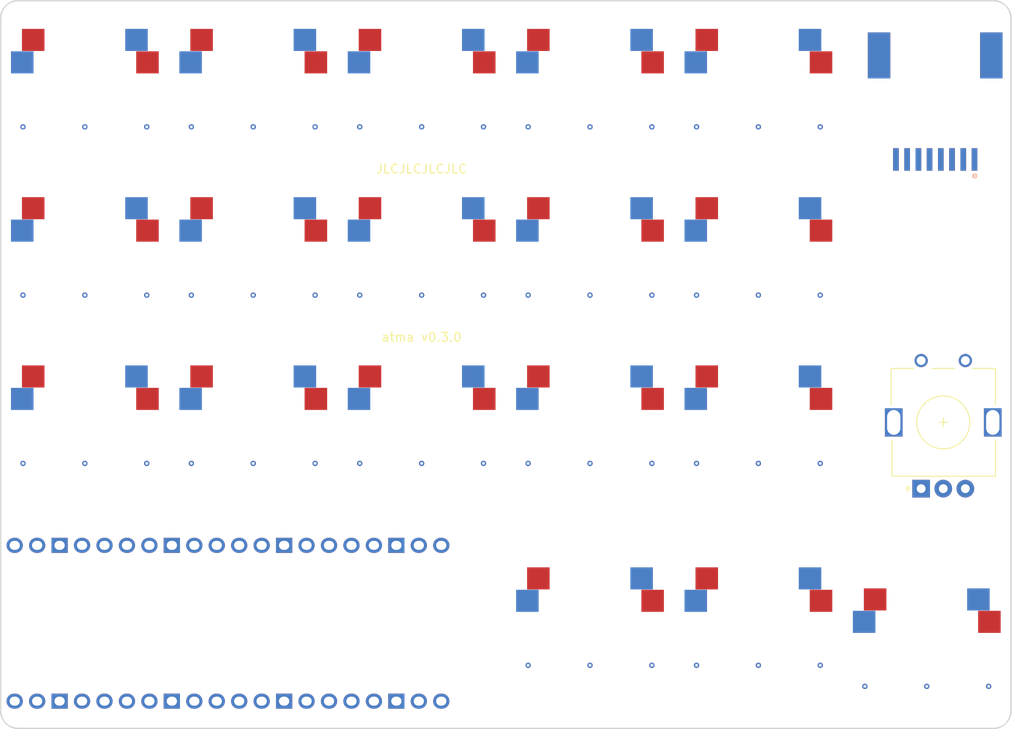
<source format=kicad_pcb>
(kicad_pcb (version 20221018) (generator pcbnew)
  (title_block (title "atma") (rev "0.0.2") (company "sboysel"))
  (layers (0 "F.Cu" signal) (31 "B.Cu" signal) (34 "B.Paste" user) (35 "F.Paste" user) (36 "B.SilkS" user "B.Silkscreen") (37 "F.SilkS" user "F.Silkscreen") (38 "B.Mask" user) (39 "F.Mask" user) (44 "Edge.Cuts" user))
  (net 0 "")
  (net 1 "matrix_pinky_top")
  (net 2 "matrix_pinky_home")
  (net 3 "GND")
  (net 4 "matrix_pinky_bottom")
  (net 5 "matrix_index_bottom")
  (net 6 "matrix_index_home")
  (net 7 "matrix_index_top")
  (net 8 "matrix_inner_top")
  (net 9 "matrix_inner_home")
  (net 10 "matrix_inner_bottom")
  (net 11 "matrix_ring_bottom")
  (net 12 "matrix_ring_home")
  (net 13 "matrix_ring_top")
  (net 14 "matrix_middle_top")
  (net 15 "matrix_middle_home")
  (net 16 "matrix_middle_bottom")
  (net 17 "GP15")
  (net 18 "GP16")
  (net 19 "GP17")
  (net 20 "thumb_far_home")
  (net 21 "thumb_middle_home")
  (net 22 "thumb_near_home")
  (net 23 "GP21")
  (net 24 "GP22")
  (net 25 "GP26")
  (net 26 "GP27")
  (net 27 "GP28")
  (net 28 "GP29")
  (net 29 "ADC_VREF")
  (net 30 "GP24")
  (net 31 "3V3")
  (net 32 "VSYS")
  (net 33 "VBUS")
  (net 34 "GP23")
  (footprint "44144-0003" (layer "F.Cu") (at 248.6025 121.92 180)
    (fp_text reference "" (at 0 0 180) (layer "F.SilkS") (effects (font (size 1.27 1.27))))
    (fp_text value "" (at 0 0 180) (layer "F.SilkS") (effects (font (size 1.27 1.27))))
    (fp_circle (center -4.48 -2.704) (end -4.48 -2.61208) (stroke (width 0.2)) (fill none) (layer "B.SilkS"))
    (fp_circle (center -4.48 -2.704) (end -4.48 -2.61208) (stroke (width 0.2)) (fill none) (layer "F.SilkS"))
    (pad "1" smd rect (at -4.445 -0.83 180) (size 0.64 2.54) (layers "F.Cu" "F.Paste" "F.Mask") (net 32 "VSYS"))
    (pad "1" smd rect (at -4.445 -0.83 180) (size 0.64 2.54) (layers "B.Cu" "B.Paste" "B.Mask") (net 32 "VSYS"))
    (pad "2" smd rect (at -3.175 -0.83 180) (size 0.64 2.54) (layers "F.Cu" "F.Paste" "F.Mask") (net 3 "GND"))
    (pad "2" smd rect (at -3.175 -0.83 180) (size 0.64 2.54) (layers "B.Cu" "B.Paste" "B.Mask") (net 3 "GND"))
    (pad "3" smd rect (at -1.905 -0.83 180) (size 0.64 2.54) (layers "F.Cu" "F.Paste" "F.Mask") (net 19 "GP17"))
    (pad "3" smd rect (at -1.905 -0.83 180) (size 0.64 2.54) (layers "B.Cu" "B.Paste" "B.Mask") (net 19 "GP17"))
    (pad "4" smd rect (at -0.635 -0.83 180) (size 0.64 2.54) (layers "F.Cu" "F.Paste" "F.Mask") (net 19 "GP17"))
    (pad "4" smd rect (at -0.635 -0.83 180) (size 0.64 2.54) (layers "B.Cu" "B.Paste" "B.Mask") (net 19 "GP17"))
    (pad "5" smd rect (at 0.635 -0.83 180) (size 0.64 2.54) (layers "F.Cu" "F.Paste" "F.Mask") (net 18 "GP16"))
    (pad "5" smd rect (at 0.635 -0.83 180) (size 0.64 2.54) (layers "B.Cu" "B.Paste" "B.Mask") (net 18 "GP16"))
    (pad "6" smd rect (at 1.905 -0.83 180) (size 0.64 2.54) (layers "F.Cu" "F.Paste" "F.Mask") (net 18 "GP16"))
    (pad "6" smd rect (at 1.905 -0.83 180) (size 0.64 2.54) (layers "B.Cu" "B.Paste" "B.Mask") (net 18 "GP16"))
    (pad "7" smd rect (at 3.175 -0.83 180) (size 0.64 2.54) (layers "F.Cu" "F.Paste" "F.Mask") (net 3 "GND"))
    (pad "7" smd rect (at 3.175 -0.83 180) (size 0.64 2.54) (layers "B.Cu" "B.Paste" "B.Mask") (net 3 "GND"))
    (pad "8" smd rect (at 4.445 -0.83 180) (size 0.64 2.54) (layers "F.Cu" "F.Paste" "F.Mask") (net 32 "VSYS"))
    (pad "8" smd rect (at 4.445 -0.83 180) (size 0.64 2.54) (layers "B.Cu" "B.Paste" "B.Mask") (net 32 "VSYS"))
    (pad "9" smd rect (at -6.35 10.945 180) (size 2.54 5.21) (layers "F.Cu" "F.Paste" "F.Mask"))
    (pad "9" smd rect (at -6.35 10.945 180) (size 2.54 5.21) (layers "B.Cu" "B.Paste" "B.Mask"))
    (pad "10" smd rect (at 6.35 10.945 180) (size 2.54 5.21) (layers "F.Cu" "F.Paste" "F.Mask"))
    (pad "10" smd rect (at 6.35 10.945 180) (size 2.54 5.21) (layers "B.Cu" "B.Paste" "B.Mask"))
  )
  (footprint "VIA-0.6mm" (layer "F.Cu") (at 197.5 157.1625)
    (fp_text reference "REF**" hide)
    (fp_text value "VIA-0.6mm" hide)
    (pad "1" thru_hole circle (at 0 0) (size 0.6 0.6) (drill 0.3) (layers "*.Cu") (net 16 "matrix_middle_bottom"))
  )
  (footprint "VIA-0.6mm" (layer "F.Cu") (at 190.5 119.0625)
    (fp_text reference "REF**" hide)
    (fp_text value "VIA-0.6mm" hide)
    (pad "1" thru_hole circle (at 0 0) (size 0.6 0.6) (drill 0.3) (layers "*.Cu") (net 14 "matrix_middle_top"))
  )
  (footprint "MX" (layer "F.Cu") (at 209.55 175.26)
    (fp_text reference "S16" hide)
    (fp_text value "" hide)
    (pad "" np_thru_hole circle (at -5.08 0) (size 1.7018 1.7018) (drill 1.7018) (layers "*.Cu" "*.Mask"))
    (pad "" np_thru_hole circle (at -3.81 -2.54) (size 3 3) (drill 3) (layers "*.Cu" "*.Mask"))
    (pad "" np_thru_hole circle (at -2.54 -5.08) (size 3 3) (drill 3) (layers "*.Cu" "*.Mask"))
    (pad "" np_thru_hole circle (at 0 0) (size 3.9878 3.9878) (drill 3.9878) (layers "*.Cu" "*.Mask"))
    (pad "" np_thru_hole circle (at 2.54 -5.08) (size 3 3) (drill 3) (layers "*.Cu" "*.Mask"))
    (pad "" np_thru_hole circle (at 3.81 -2.54) (size 3 3) (drill 3) (layers "*.Cu" "*.Mask"))
    (pad "" np_thru_hole circle (at 5.08 0) (size 1.7018 1.7018) (drill 1.7018) (layers "*.Cu" "*.Mask"))
    (pad "1" smd rect (at -7.085 -2.54) (size 2.55 2.5) (layers "B.Cu" "B.Paste" "B.Mask") (net 22 "thumb_near_home"))
    (pad "1" smd rect (at 7.085 -2.54) (size 2.55 2.5) (layers "F.Cu" "F.Paste" "F.Mask") (net 22 "thumb_near_home"))
    (pad "2" smd rect (at -5.842 -5.08) (size 2.55 2.5) (layers "F.Cu" "F.Paste" "F.Mask") (net 3 "GND"))
    (pad "2" smd rect (at 5.842 -5.08) (size 2.55 2.5) (layers "B.Cu" "B.Paste" "B.Mask") (net 3 "GND"))
  )
  (footprint "MX" (layer "F.Cu") (at 209.55 133.35)
    (fp_text reference "S11" hide)
    (fp_text value "" hide)
    (pad "" np_thru_hole circle (at -5.08 0) (size 1.7018 1.7018) (drill 1.7018) (layers "*.Cu" "*.Mask"))
    (pad "" np_thru_hole circle (at -3.81 -2.54) (size 3 3) (drill 3) (layers "*.Cu" "*.Mask"))
    (pad "" np_thru_hole circle (at -2.54 -5.08) (size 3 3) (drill 3) (layers "*.Cu" "*.Mask"))
    (pad "" np_thru_hole circle (at 0 0) (size 3.9878 3.9878) (drill 3.9878) (layers "*.Cu" "*.Mask"))
    (pad "" np_thru_hole circle (at 2.54 -5.08) (size 3 3) (drill 3) (layers "*.Cu" "*.Mask"))
    (pad "" np_thru_hole circle (at 3.81 -2.54) (size 3 3) (drill 3) (layers "*.Cu" "*.Mask"))
    (pad "" np_thru_hole circle (at 5.08 0) (size 1.7018 1.7018) (drill 1.7018) (layers "*.Cu" "*.Mask"))
    (pad "1" smd rect (at -7.085 -2.54) (size 2.55 2.5) (layers "B.Cu" "B.Paste" "B.Mask") (net 6 "matrix_index_home"))
    (pad "1" smd rect (at 7.085 -2.54) (size 2.55 2.5) (layers "F.Cu" "F.Paste" "F.Mask") (net 6 "matrix_index_home"))
    (pad "2" smd rect (at -5.842 -5.08) (size 2.55 2.5) (layers "F.Cu" "F.Paste" "F.Mask") (net 3 "GND"))
    (pad "2" smd rect (at 5.842 -5.08) (size 2.55 2.5) (layers "B.Cu" "B.Paste" "B.Mask") (net 3 "GND"))
  )
  (footprint "VIA-0.6mm" (layer "F.Cu") (at 183.5 119.0625)
    (fp_text reference "REF**" hide)
    (fp_text value "VIA-0.6mm" hide)
    (pad "1" thru_hole circle (at 0 0) (size 0.6 0.6) (drill 0.3) (layers "*.Cu") (net 14 "matrix_middle_top"))
  )
  (footprint "VIA-0.6mm" (layer "F.Cu") (at 221.6 119.0625)
    (fp_text reference "REF**" hide)
    (fp_text value "VIA-0.6mm" hide)
    (pad "1" thru_hole circle (at 0 0) (size 0.6 0.6) (drill 0.3) (layers "*.Cu") (net 8 "matrix_inner_top"))
  )
  (footprint "VIA-0.6mm" (layer "F.Cu") (at 183.5 157.1625)
    (fp_text reference "REF**" hide)
    (fp_text value "VIA-0.6mm" hide)
    (pad "1" thru_hole circle (at 0 0) (size 0.6 0.6) (drill 0.3) (layers "*.Cu") (net 16 "matrix_middle_bottom"))
  )
  (footprint "VIA-0.6mm" (layer "F.Cu") (at 178.45 157.1625)
    (fp_text reference "REF**" hide)
    (fp_text value "VIA-0.6mm" hide)
    (pad "1" thru_hole circle (at 0 0) (size 0.6 0.6) (drill 0.3) (layers "*.Cu") (net 11 "matrix_ring_bottom"))
  )
  (footprint "VIA-0.6mm" (layer "F.Cu") (at 152.4 138.1125)
    (fp_text reference "REF**" hide)
    (fp_text value "VIA-0.6mm" hide)
    (pad "1" thru_hole circle (at 0 0) (size 0.6 0.6) (drill 0.3) (layers "*.Cu") (net 2 "matrix_pinky_home"))
  )
  (footprint "MX" (layer "F.Cu") (at 209.55 152.4)
    (fp_text reference "S10" hide)
    (fp_text value "" hide)
    (pad "" np_thru_hole circle (at -5.08 0) (size 1.7018 1.7018) (drill 1.7018) (layers "*.Cu" "*.Mask"))
    (pad "" np_thru_hole circle (at -3.81 -2.54) (size 3 3) (drill 3) (layers "*.Cu" "*.Mask"))
    (pad "" np_thru_hole circle (at -2.54 -5.08) (size 3 3) (drill 3) (layers "*.Cu" "*.Mask"))
    (pad "" np_thru_hole circle (at 0 0) (size 3.9878 3.9878) (drill 3.9878) (layers "*.Cu" "*.Mask"))
    (pad "" np_thru_hole circle (at 2.54 -5.08) (size 3 3) (drill 3) (layers "*.Cu" "*.Mask"))
    (pad "" np_thru_hole circle (at 3.81 -2.54) (size 3 3) (drill 3) (layers "*.Cu" "*.Mask"))
    (pad "" np_thru_hole circle (at 5.08 0) (size 1.7018 1.7018) (drill 1.7018) (layers "*.Cu" "*.Mask"))
    (pad "1" smd rect (at -7.085 -2.54) (size 2.55 2.5) (layers "B.Cu" "B.Paste" "B.Mask") (net 5 "matrix_index_bottom"))
    (pad "1" smd rect (at 7.085 -2.54) (size 2.55 2.5) (layers "F.Cu" "F.Paste" "F.Mask") (net 5 "matrix_index_bottom"))
    (pad "2" smd rect (at -5.842 -5.08) (size 2.55 2.5) (layers "F.Cu" "F.Paste" "F.Mask") (net 3 "GND"))
    (pad "2" smd rect (at 5.842 -5.08) (size 2.55 2.5) (layers "B.Cu" "B.Paste" "B.Mask") (net 3 "GND"))
  )
  (footprint "MX" (layer "F.Cu") (at 152.4 133.35)
    (fp_text reference "S2" hide)
    (fp_text value "" hide)
    (pad "" np_thru_hole circle (at -5.08 0) (size 1.7018 1.7018) (drill 1.7018) (layers "*.Cu" "*.Mask"))
    (pad "" np_thru_hole circle (at -3.81 -2.54) (size 3 3) (drill 3) (layers "*.Cu" "*.Mask"))
    (pad "" np_thru_hole circle (at -2.54 -5.08) (size 3 3) (drill 3) (layers "*.Cu" "*.Mask"))
    (pad "" np_thru_hole circle (at 0 0) (size 3.9878 3.9878) (drill 3.9878) (layers "*.Cu" "*.Mask"))
    (pad "" np_thru_hole circle (at 2.54 -5.08) (size 3 3) (drill 3) (layers "*.Cu" "*.Mask"))
    (pad "" np_thru_hole circle (at 3.81 -2.54) (size 3 3) (drill 3) (layers "*.Cu" "*.Mask"))
    (pad "" np_thru_hole circle (at 5.08 0) (size 1.7018 1.7018) (drill 1.7018) (layers "*.Cu" "*.Mask"))
    (pad "1" smd rect (at -7.085 -2.54) (size 2.55 2.5) (layers "B.Cu" "B.Paste" "B.Mask") (net 2 "matrix_pinky_home"))
    (pad "1" smd rect (at 7.085 -2.54) (size 2.55 2.5) (layers "F.Cu" "F.Paste" "F.Mask") (net 2 "matrix_pinky_home"))
    (pad "2" smd rect (at -5.842 -5.08) (size 2.55 2.5) (layers "F.Cu" "F.Paste" "F.Mask") (net 3 "GND"))
    (pad "2" smd rect (at 5.842 -5.08) (size 2.55 2.5) (layers "B.Cu" "B.Paste" "B.Mask") (net 3 "GND"))
  )
  (footprint "VIA-0.6mm" (layer "F.Cu") (at 216.55 138.1125)
    (fp_text reference "REF**" hide)
    (fp_text value "VIA-0.6mm" hide)
    (pad "1" thru_hole circle (at 0 0) (size 0.6 0.6) (drill 0.3) (layers "*.Cu") (net 6 "matrix_index_home"))
  )
  (footprint "MX" (layer "F.Cu") (at 190.5 114.3)
    (fp_text reference "S9" hide)
    (fp_text value "" hide)
    (pad "" np_thru_hole circle (at -5.08 0) (size 1.7018 1.7018) (drill 1.7018) (layers "*.Cu" "*.Mask"))
    (pad "" np_thru_hole circle (at -3.81 -2.54) (size 3 3) (drill 3) (layers "*.Cu" "*.Mask"))
    (pad "" np_thru_hole circle (at -2.54 -5.08) (size 3 3) (drill 3) (layers "*.Cu" "*.Mask"))
    (pad "" np_thru_hole circle (at 0 0) (size 3.9878 3.9878) (drill 3.9878) (layers "*.Cu" "*.Mask"))
    (pad "" np_thru_hole circle (at 2.54 -5.08) (size 3 3) (drill 3) (layers "*.Cu" "*.Mask"))
    (pad "" np_thru_hole circle (at 3.81 -2.54) (size 3 3) (drill 3) (layers "*.Cu" "*.Mask"))
    (pad "" np_thru_hole circle (at 5.08 0) (size 1.7018 1.7018) (drill 1.7018) (layers "*.Cu" "*.Mask"))
    (pad "1" smd rect (at -7.085 -2.54) (size 2.55 2.5) (layers "B.Cu" "B.Paste" "B.Mask") (net 14 "matrix_middle_top"))
    (pad "1" smd rect (at 7.085 -2.54) (size 2.55 2.5) (layers "F.Cu" "F.Paste" "F.Mask") (net 14 "matrix_middle_top"))
    (pad "2" smd rect (at -5.842 -5.08) (size 2.55 2.5) (layers "F.Cu" "F.Paste" "F.Mask") (net 3 "GND"))
    (pad "2" smd rect (at 5.842 -5.08) (size 2.55 2.5) (layers "B.Cu" "B.Paste" "B.Mask") (net 3 "GND"))
  )
  (footprint "MX" (layer "F.Cu") (at 171.45 133.35)
    (fp_text reference "S5" hide)
    (fp_text value "" hide)
    (pad "" np_thru_hole circle (at -5.08 0) (size 1.7018 1.7018) (drill 1.7018) (layers "*.Cu" "*.Mask"))
    (pad "" np_thru_hole circle (at -3.81 -2.54) (size 3 3) (drill 3) (layers "*.Cu" "*.Mask"))
    (pad "" np_thru_hole circle (at -2.54 -5.08) (size 3 3) (drill 3) (layers "*.Cu" "*.Mask"))
    (pad "" np_thru_hole circle (at 0 0) (size 3.9878 3.9878) (drill 3.9878) (layers "*.Cu" "*.Mask"))
    (pad "" np_thru_hole circle (at 2.54 -5.08) (size 3 3) (drill 3) (layers "*.Cu" "*.Mask"))
    (pad "" np_thru_hole circle (at 3.81 -2.54) (size 3 3) (drill 3) (layers "*.Cu" "*.Mask"))
    (pad "" np_thru_hole circle (at 5.08 0) (size 1.7018 1.7018) (drill 1.7018) (layers "*.Cu" "*.Mask"))
    (pad "1" smd rect (at -7.085 -2.54) (size 2.55 2.5) (layers "B.Cu" "B.Paste" "B.Mask") (net 12 "matrix_ring_home"))
    (pad "1" smd rect (at 7.085 -2.54) (size 2.55 2.5) (layers "F.Cu" "F.Paste" "F.Mask") (net 12 "matrix_ring_home"))
    (pad "2" smd rect (at -5.842 -5.08) (size 2.55 2.5) (layers "F.Cu" "F.Paste" "F.Mask") (net 3 "GND"))
    (pad "2" smd rect (at 5.842 -5.08) (size 2.55 2.5) (layers "B.Cu" "B.Paste" "B.Mask") (net 3 "GND"))
  )
  (footprint "VIA-0.6mm" (layer "F.Cu") (at 171.45 157.1625)
    (fp_text reference "REF**" hide)
    (fp_text value "VIA-0.6mm" hide)
    (pad "1" thru_hole circle (at 0 0) (size 0.6 0.6) (drill 0.3) (layers "*.Cu") (net 11 "matrix_ring_bottom"))
  )
  (footprint "VIA-0.6mm" (layer "F.Cu") (at 159.4 138.1125)
    (fp_text reference "REF**" hide)
    (fp_text value "VIA-0.6mm" hide)
    (pad "1" thru_hole circle (at 0 0) (size 0.6 0.6) (drill 0.3) (layers "*.Cu") (net 2 "matrix_pinky_home"))
  )
  (footprint "VIA-0.6mm" (layer "F.Cu") (at 209.55 138.1125)
    (fp_text reference "REF**" hide)
    (fp_text value "VIA-0.6mm" hide)
    (pad "1" thru_hole circle (at 0 0) (size 0.6 0.6) (drill 0.3) (layers "*.Cu") (net 6 "matrix_index_home"))
  )
  (footprint "MX" (layer "F.Cu") (at 190.5 152.4)
    (fp_text reference "S7" hide)
    (fp_text value "" hide)
    (pad "" np_thru_hole circle (at -5.08 0) (size 1.7018 1.7018) (drill 1.7018) (layers "*.Cu" "*.Mask"))
    (pad "" np_thru_hole circle (at -3.81 -2.54) (size 3 3) (drill 3) (layers "*.Cu" "*.Mask"))
    (pad "" np_thru_hole circle (at -2.54 -5.08) (size 3 3) (drill 3) (layers "*.Cu" "*.Mask"))
    (pad "" np_thru_hole circle (at 0 0) (size 3.9878 3.9878) (drill 3.9878) (layers "*.Cu" "*.Mask"))
    (pad "" np_thru_hole circle (at 2.54 -5.08) (size 3 3) (drill 3) (layers "*.Cu" "*.Mask"))
    (pad "" np_thru_hole circle (at 3.81 -2.54) (size 3 3) (drill 3) (layers "*.Cu" "*.Mask"))
    (pad "" np_thru_hole circle (at 5.08 0) (size 1.7018 1.7018) (drill 1.7018) (layers "*.Cu" "*.Mask"))
    (pad "1" smd rect (at -7.085 -2.54) (size 2.55 2.5) (layers "B.Cu" "B.Paste" "B.Mask") (net 16 "matrix_middle_bottom"))
    (pad "1" smd rect (at 7.085 -2.54) (size 2.55 2.5) (layers "F.Cu" "F.Paste" "F.Mask") (net 16 "matrix_middle_bottom"))
    (pad "2" smd rect (at -5.842 -5.08) (size 2.55 2.5) (layers "F.Cu" "F.Paste" "F.Mask") (net 3 "GND"))
    (pad "2" smd rect (at 5.842 -5.08) (size 2.55 2.5) (layers "B.Cu" "B.Paste" "B.Mask") (net 3 "GND"))
  )
  (footprint "VIA-0.6mm" (layer "F.Cu") (at 159.4 119.0625)
    (fp_text reference "REF**" hide)
    (fp_text value "VIA-0.6mm" hide)
    (pad "1" thru_hole circle (at 0 0) (size 0.6 0.6) (drill 0.3) (layers "*.Cu") (net 1 "matrix_pinky_top"))
  )
  (footprint "VIA-0.6mm" (layer "F.Cu") (at 197.5 119.0625)
    (fp_text reference "REF**" hide)
    (fp_text value "VIA-0.6mm" hide)
    (pad "1" thru_hole circle (at 0 0) (size 0.6 0.6) (drill 0.3) (layers "*.Cu") (net 14 "matrix_middle_top"))
  )
  (footprint "VIA-0.6mm" (layer "F.Cu") (at 228.6 138.1125)
    (fp_text reference "REF**" hide)
    (fp_text value "VIA-0.6mm" hide)
    (pad "1" thru_hole circle (at 0 0) (size 0.6 0.6) (drill 0.3) (layers "*.Cu") (net 9 "matrix_inner_home"))
  )
  (footprint "VIA-0.6mm" (layer "F.Cu") (at 145.4 138.1125)
    (fp_text reference "REF**" hide)
    (fp_text value "VIA-0.6mm" hide)
    (pad "1" thru_hole circle (at 0 0) (size 0.6 0.6) (drill 0.3) (layers "*.Cu") (net 2 "matrix_pinky_home"))
  )
  (footprint "MX" (layer "F.Cu") (at 190.5 133.35)
    (fp_text reference "S8" hide)
    (fp_text value "" hide)
    (pad "" np_thru_hole circle (at -5.08 0) (size 1.7018 1.7018) (drill 1.7018) (layers "*.Cu" "*.Mask"))
    (pad "" np_thru_hole circle (at -3.81 -2.54) (size 3 3) (drill 3) (layers "*.Cu" "*.Mask"))
    (pad "" np_thru_hole circle (at -2.54 -5.08) (size 3 3) (drill 3) (layers "*.Cu" "*.Mask"))
    (pad "" np_thru_hole circle (at 0 0) (size 3.9878 3.9878) (drill 3.9878) (layers "*.Cu" "*.Mask"))
    (pad "" np_thru_hole circle (at 2.54 -5.08) (size 3 3) (drill 3) (layers "*.Cu" "*.Mask"))
    (pad "" np_thru_hole circle (at 3.81 -2.54) (size 3 3) (drill 3) (layers "*.Cu" "*.Mask"))
    (pad "" np_thru_hole circle (at 5.08 0) (size 1.7018 1.7018) (drill 1.7018) (layers "*.Cu" "*.Mask"))
    (pad "1" smd rect (at -7.085 -2.54) (size 2.55 2.5) (layers "B.Cu" "B.Paste" "B.Mask") (net 15 "matrix_middle_home"))
    (pad "1" smd rect (at 7.085 -2.54) (size 2.55 2.5) (layers "F.Cu" "F.Paste" "F.Mask") (net 15 "matrix_middle_home"))
    (pad "2" smd rect (at -5.842 -5.08) (size 2.55 2.5) (layers "F.Cu" "F.Paste" "F.Mask") (net 3 "GND"))
    (pad "2" smd rect (at 5.842 -5.08) (size 2.55 2.5) (layers "B.Cu" "B.Paste" "B.Mask") (net 3 "GND"))
  )
  (footprint "VIA-0.6mm" (layer "F.Cu") (at 152.4 157.1625)
    (fp_text reference "REF**" hide)
    (fp_text value "VIA-0.6mm" hide)
    (pad "1" thru_hole circle (at 0 0) (size 0.6 0.6) (drill 0.3) (layers "*.Cu") (net 4 "matrix_pinky_bottom"))
  )
  (footprint "MX" (layer "F.Cu") (at 228.6 152.4)
    (fp_text reference "S13" hide)
    (fp_text value "" hide)
    (pad "" np_thru_hole circle (at -5.08 0) (size 1.7018 1.7018) (drill 1.7018) (layers "*.Cu" "*.Mask"))
    (pad "" np_thru_hole circle (at -3.81 -2.54) (size 3 3) (drill 3) (layers "*.Cu" "*.Mask"))
    (pad "" np_thru_hole circle (at -2.54 -5.08) (size 3 3) (drill 3) (layers "*.Cu" "*.Mask"))
    (pad "" np_thru_hole circle (at 0 0) (size 3.9878 3.9878) (drill 3.9878) (layers "*.Cu" "*.Mask"))
    (pad "" np_thru_hole circle (at 2.54 -5.08) (size 3 3) (drill 3) (layers "*.Cu" "*.Mask"))
    (pad "" np_thru_hole circle (at 3.81 -2.54) (size 3 3) (drill 3) (layers "*.Cu" "*.Mask"))
    (pad "" np_thru_hole circle (at 5.08 0) (size 1.7018 1.7018) (drill 1.7018) (layers "*.Cu" "*.Mask"))
    (pad "1" smd rect (at -7.085 -2.54) (size 2.55 2.5) (layers "B.Cu" "B.Paste" "B.Mask") (net 10 "matrix_inner_bottom"))
    (pad "1" smd rect (at 7.085 -2.54) (size 2.55 2.5) (layers "F.Cu" "F.Paste" "F.Mask") (net 10 "matrix_inner_bottom"))
    (pad "2" smd rect (at -5.842 -5.08) (size 2.55 2.5) (layers "F.Cu" "F.Paste" "F.Mask") (net 3 "GND"))
    (pad "2" smd rect (at 5.842 -5.08) (size 2.55 2.5) (layers "B.Cu" "B.Paste" "B.Mask") (net 3 "GND"))
  )
  (footprint "VIA-0.6mm" (layer "F.Cu") (at 216.55 157.1625)
    (fp_text reference "REF**" hide)
    (fp_text value "VIA-0.6mm" hide)
    (pad "1" thru_hole circle (at 0 0) (size 0.6 0.6) (drill 0.3) (layers "*.Cu") (net 5 "matrix_index_bottom"))
  )
  (footprint "MX" (layer "F.Cu") (at 228.6 133.35)
    (fp_text reference "S14" hide)
    (fp_text value "" hide)
    (pad "" np_thru_hole circle (at -5.08 0) (size 1.7018 1.7018) (drill 1.7018) (layers "*.Cu" "*.Mask"))
    (pad "" np_thru_hole circle (at -3.81 -2.54) (size 3 3) (drill 3) (layers "*.Cu" "*.Mask"))
    (pad "" np_thru_hole circle (at -2.54 -5.08) (size 3 3) (drill 3) (layers "*.Cu" "*.Mask"))
    (pad "" np_thru_hole circle (at 0 0) (size 3.9878 3.9878) (drill 3.9878) (layers "*.Cu" "*.Mask"))
    (pad "" np_thru_hole circle (at 2.54 -5.08) (size 3 3) (drill 3) (layers "*.Cu" "*.Mask"))
    (pad "" np_thru_hole circle (at 3.81 -2.54) (size 3 3) (drill 3) (layers "*.Cu" "*.Mask"))
    (pad "" np_thru_hole circle (at 5.08 0) (size 1.7018 1.7018) (drill 1.7018) (layers "*.Cu" "*.Mask"))
    (pad "1" smd rect (at -7.085 -2.54) (size 2.55 2.5) (layers "B.Cu" "B.Paste" "B.Mask") (net 9 "matrix_inner_home"))
    (pad "1" smd rect (at 7.085 -2.54) (size 2.55 2.5) (layers "F.Cu" "F.Paste" "F.Mask") (net 9 "matrix_inner_home"))
    (pad "2" smd rect (at -5.842 -5.08) (size 2.55 2.5) (layers "F.Cu" "F.Paste" "F.Mask") (net 3 "GND"))
    (pad "2" smd rect (at 5.842 -5.08) (size 2.55 2.5) (layers "B.Cu" "B.Paste" "B.Mask") (net 3 "GND"))
  )
  (footprint "VIA-0.6mm" (layer "F.Cu") (at 171.45 138.1125)
    (fp_text reference "REF**" hide)
    (fp_text value "VIA-0.6mm" hide)
    (pad "1" thru_hole circle (at 0 0) (size 0.6 0.6) (drill 0.3) (layers "*.Cu") (net 12 "matrix_ring_home"))
  )
  (footprint "RPi_Pico_TH_oval_face_down" (layer "F.Cu") (at 168.5925 175.26 90)
    (fp_text reference "U0" hide)
    (fp_text value "" (at 0 0 90) (layer "F.SilkS") (effects (font (size 1.27 1.27))))
    (pad "1" thru_hole oval (at 8.82 -24.13) (size 1.84 1.7) (drill oval 1.16 1.02) (layers "*.Cu" "*.Mask") (net 1 "matrix_pinky_top"))
    (pad "2" thru_hole oval (at 8.82 -21.59) (size 1.84 1.7) (drill oval 1.16 1.02) (layers "*.Cu" "*.Mask") (net 2 "matrix_pinky_home"))
    (pad "3" thru_hole rect (at 8.82 -19.05) (size 1.84 1.7) (drill oval 1.16 1.02) (layers "*.Cu" "*.Mask") (net 3 "GND"))
    (pad "4" thru_hole oval (at 8.82 -16.51) (size 1.84 1.7) (drill oval 1.16 1.02) (layers "*.Cu" "*.Mask") (net 4 "matrix_pinky_bottom"))
    (pad "5" thru_hole oval (at 8.82 -13.97) (size 1.84 1.7) (drill oval 1.16 1.02) (layers "*.Cu" "*.Mask") (net 5 "matrix_index_bottom"))
    (pad "6" thru_hole oval (at 8.82 -11.43) (size 1.84 1.7) (drill oval 1.16 1.02) (layers "*.Cu" "*.Mask") (net 6 "matrix_index_home"))
    (pad "7" thru_hole oval (at 8.82 -8.89) (size 1.84 1.7) (drill oval 1.16 1.02) (layers "*.Cu" "*.Mask") (net 7 "matrix_index_top"))
    (pad "8" thru_hole rect (at 8.82 -6.35) (size 1.84 1.7) (drill oval 1.16 1.02) (layers "*.Cu" "*.Mask") (net 3 "GND"))
    (pad "9" thru_hole oval (at 8.82 -3.81) (size 1.84 1.7) (drill oval 1.16 1.02) (layers "*.Cu" "*.Mask") (net 8 "matrix_inner_top"))
    (pad "10" thru_hole oval (at 8.82 -1.27) (size 1.84 1.7) (drill oval 1.16 1.02) (layers "*.Cu" "*.Mask") (net 9 "matrix_inner_home"))
    (pad "11" thru_hole oval (at 8.82 1.27) (size 1.84 1.7) (drill oval 1.16 1.02) (layers "*.Cu" "*.Mask") (net 10 "matrix_inner_bottom"))
    (pad "12" thru_hole oval (at 8.82 3.81) (size 1.84 1.7) (drill oval 1.16 1.02) (layers "*.Cu" "*.Mask") (net 11 "matrix_ring_bottom"))
    (pad "13" thru_hole rect (at 8.82 6.35) (size 1.84 1.7) (drill oval 1.16 1.02) (layers "*.Cu" "*.Mask") (net 3 "GND"))
    (pad "14" thru_hole oval (at 8.82 8.89) (size 1.84 1.7) (drill oval 1.16 1.02) (layers "*.Cu" "*.Mask") (net 12 "matrix_ring_home"))
    (pad "15" thru_hole oval (at 8.82 11.43) (size 1.84 1.7) (drill oval 1.16 1.02) (layers "*.Cu" "*.Mask") (net 13 "matrix_ring_top"))
    (pad "16" thru_hole oval (at 8.82 13.97) (size 1.84 1.7) (drill oval 1.16 1.02) (layers "*.Cu" "*.Mask") (net 14 "matrix_middle_top"))
    (pad "17" thru_hole oval (at 8.82 16.51) (size 1.84 1.7) (drill oval 1.16 1.02) (layers "*.Cu" "*.Mask") (net 15 "matrix_middle_home"))
    (pad "18" thru_hole rect (at 8.82 19.05) (size 1.84 1.7) (drill oval 1.16 1.02) (layers "*.Cu" "*.Mask") (net 3 "GND"))
    (pad "19" thru_hole oval (at 8.82 21.59) (size 1.84 1.7) (drill oval 1.16 1.02) (layers "*.Cu" "*.Mask") (net 16 "matrix_middle_bottom"))
    (pad "20" thru_hole oval (at 8.82 24.13) (size 1.84 1.7) (drill oval 1.16 1.02) (layers "*.Cu" "*.Mask") (net 17 "GP15"))
    (pad "21" thru_hole oval (at -8.82 24.13) (size 1.84 1.7) (drill oval 1.16 1.02) (layers "*.Cu" "*.Mask") (net 18 "GP16"))
    (pad "22" thru_hole oval (at -8.82 21.59) (size 1.84 1.7) (drill oval 1.16 1.02) (layers "*.Cu" "*.Mask") (net 19 "GP17"))
    (pad "23" thru_hole rect (at -8.82 19.05) (size 1.84 1.7) (drill oval 1.16 1.02) (layers "*.Cu" "*.Mask") (net 3 "GND"))
    (pad "24" thru_hole oval (at -8.82 16.51) (size 1.84 1.7) (drill oval 1.16 1.02) (layers "*.Cu" "*.Mask") (net 20 "thumb_far_home"))
    (pad "25" thru_hole oval (at -8.82 13.97) (size 1.84 1.7) (drill oval 1.16 1.02) (layers "*.Cu" "*.Mask") (net 21 "thumb_middle_home"))
    (pad "26" thru_hole oval (at -8.82 11.43) (size 1.84 1.7) (drill oval 1.16 1.02) (layers "*.Cu" "*.Mask") (net 22 "thumb_near_home"))
    (pad "27" thru_hole oval (at -8.82 8.89) (size 1.84 1.7) (drill oval 1.16 1.02) (layers "*.Cu" "*.Mask") (net 23 "GP21"))
    (pad "28" thru_hole rect (at -8.82 6.35) (size 1.84 1.7) (drill oval 1.16 1.02) (layers "*.Cu" "*.Mask") (net 3 "GND"))
    (pad "29" thru_hole oval (at -8.82 3.81) (size 1.84 1.7) (drill oval 1.16 1.02) (layers "*.Cu" "*.Mask") (net 24 "GP22"))
    (pad "30" thru_hole oval (at -8.82 1.27) (size 1.84 1.7) (drill oval 1.16 1.02) (layers "*.Cu" "*.Mask") (net 25 "GP26"))
    (pad "31" thru_hole oval (at -8.82 -1.27) (size 1.84 1.7) (drill oval 1.16 1.02) (layers "*.Cu" "*.Mask") (net 26 "GP27"))
    (pad "32" thru_hole oval (at -8.82 -3.81) (size 1.84 1.7) (drill oval 1.16 1.02) (layers "*.Cu" "*.Mask") (net 27 "GP28"))
    (pad "33" thru_hole rect (at -8.82 -6.35) (size 1.84 1.7) (drill oval 1.16 1.02) (layers "*.Cu" "*.Mask") (net 3 "GND"))
    (pad "34" thru_hole oval (at -8.82 -8.89) (size 1.84 1.7) (drill oval 1.16 1.02) (layers "*.Cu" "*.Mask") (net 28 "GP29"))
    (pad "35" thru_hole oval (at -8.82 -11.43) (size 1.84 1.7) (drill oval 1.16 1.02) (layers "*.Cu" "*.Mask") (net 29 "ADC_VREF"))
    (pad "36" thru_hole oval (at -8.82 -13.97) (size 1.84 1.7) (drill oval 1.16 1.02) (layers "*.Cu" "*.Mask") (net 30 "GP24"))
    (pad "37" thru_hole oval (at -8.82 -16.51) (size 1.84 1.7) (drill oval 1.16 1.02) (layers "*.Cu" "*.Mask") (net 31 "3V3"))
    (pad "38" thru_hole rect (at -8.82 -19.05) (size 1.84 1.7) (drill oval 1.16 1.02) (layers "*.Cu" "*.Mask") (net 3 "GND"))
    (pad "39" thru_hole oval (at -8.82 -21.59) (size 1.84 1.7) (drill oval 1.16 1.02) (layers "*.Cu" "*.Mask") (net 32 "VSYS"))
    (pad "40" thru_hole oval (at -8.82 -24.13) (size 1.84 1.7) (drill oval 1.16 1.02) (layers "*.Cu" "*.Mask") (net 33 "VBUS"))
  )
  (footprint "VIA-0.6mm" (layer "F.Cu") (at 152.4 119.0625)
    (fp_text reference "REF**" hide)
    (fp_text value "VIA-0.6mm" hide)
    (pad "1" thru_hole circle (at 0 0) (size 0.6 0.6) (drill 0.3) (layers "*.Cu") (net 1 "matrix_pinky_top"))
  )
  (footprint "MX" (layer "F.Cu") (at 228.6 114.3)
    (fp_text reference "S15" hide)
    (fp_text value "" hide)
    (pad "" np_thru_hole circle (at -5.08 0) (size 1.7018 1.7018) (drill 1.7018) (layers "*.Cu" "*.Mask"))
    (pad "" np_thru_hole circle (at -3.81 -2.54) (size 3 3) (drill 3) (layers "*.Cu" "*.Mask"))
    (pad "" np_thru_hole circle (at -2.54 -5.08) (size 3 3) (drill 3) (layers "*.Cu" "*.Mask"))
    (pad "" np_thru_hole circle (at 0 0) (size 3.9878 3.9878) (drill 3.9878) (layers "*.Cu" "*.Mask"))
    (pad "" np_thru_hole circle (at 2.54 -5.08) (size 3 3) (drill 3) (layers "*.Cu" "*.Mask"))
    (pad "" np_thru_hole circle (at 3.81 -2.54) (size 3 3) (drill 3) (layers "*.Cu" "*.Mask"))
    (pad "" np_thru_hole circle (at 5.08 0) (size 1.7018 1.7018) (drill 1.7018) (layers "*.Cu" "*.Mask"))
    (pad "1" smd rect (at -7.085 -2.54) (size 2.55 2.5) (layers "B.Cu" "B.Paste" "B.Mask") (net 8 "matrix_inner_top"))
    (pad "1" smd rect (at 7.085 -2.54) (size 2.55 2.5) (layers "F.Cu" "F.Paste" "F.Mask") (net 8 "matrix_inner_top"))
    (pad "2" smd rect (at -5.842 -5.08) (size 2.55 2.5) (layers "F.Cu" "F.Paste" "F.Mask") (net 3 "GND"))
    (pad "2" smd rect (at 5.842 -5.08) (size 2.55 2.5) (layers "B.Cu" "B.Paste" "B.Mask") (net 3 "GND"))
  )
  (footprint "VIA-0.6mm" (layer "F.Cu") (at 228.6 180.0225)
    (fp_text reference "REF**" hide)
    (fp_text value "VIA-0.6mm" hide)
    (pad "1" thru_hole circle (at 0 0) (size 0.6 0.6) (drill 0.3) (layers "*.Cu") (net 21 "thumb_middle_home"))
  )
  (footprint "VIA-0.6mm" (layer "F.Cu") (at 240.65 182.40375)
    (fp_text reference "REF**" hide)
    (fp_text value "VIA-0.6mm" hide)
    (pad "1" thru_hole circle (at 0 0) (size 0.6 0.6) (drill 0.3) (layers "*.Cu") (net 20 "thumb_far_home"))
  )
  (footprint "VIA-0.6mm" (layer "F.Cu") (at 183.5 138.1125)
    (fp_text reference "REF**" hide)
    (fp_text value "VIA-0.6mm" hide)
    (pad "1" thru_hole circle (at 0 0) (size 0.6 0.6) (drill 0.3) (layers "*.Cu") (net 15 "matrix_middle_home"))
  )
  (footprint "VIA-0.6mm" (layer "F.Cu") (at 235.6 138.1125)
    (fp_text reference "REF**" hide)
    (fp_text value "VIA-0.6mm" hide)
    (pad "1" thru_hole circle (at 0 0) (size 0.6 0.6) (drill 0.3) (layers "*.Cu") (net 9 "matrix_inner_home"))
  )
  (footprint "VIA-0.6mm" (layer "F.Cu") (at 216.55 180.0225)
    (fp_text reference "REF**" hide)
    (fp_text value "VIA-0.6mm" hide)
    (pad "1" thru_hole circle (at 0 0) (size 0.6 0.6) (drill 0.3) (layers "*.Cu") (net 22 "thumb_near_home"))
  )
  (footprint "VIA-0.6mm" (layer "F.Cu") (at 145.4 157.1625)
    (fp_text reference "REF**" hide)
    (fp_text value "VIA-0.6mm" hide)
    (pad "1" thru_hole circle (at 0 0) (size 0.6 0.6) (drill 0.3) (layers "*.Cu") (net 4 "matrix_pinky_bottom"))
  )
  (footprint "MX" (layer "F.Cu") (at 152.4 152.4)
    (fp_text reference "S1" hide)
    (fp_text value "" hide)
    (pad "" np_thru_hole circle (at -5.08 0) (size 1.7018 1.7018) (drill 1.7018) (layers "*.Cu" "*.Mask"))
    (pad "" np_thru_hole circle (at -3.81 -2.54) (size 3 3) (drill 3) (layers "*.Cu" "*.Mask"))
    (pad "" np_thru_hole circle (at -2.54 -5.08) (size 3 3) (drill 3) (layers "*.Cu" "*.Mask"))
    (pad "" np_thru_hole circle (at 0 0) (size 3.9878 3.9878) (drill 3.9878) (layers "*.Cu" "*.Mask"))
    (pad "" np_thru_hole circle (at 2.54 -5.08) (size 3 3) (drill 3) (layers "*.Cu" "*.Mask"))
    (pad "" np_thru_hole circle (at 3.81 -2.54) (size 3 3) (drill 3) (layers "*.Cu" "*.Mask"))
    (pad "" np_thru_hole circle (at 5.08 0) (size 1.7018 1.7018) (drill 1.7018) (layers "*.Cu" "*.Mask"))
    (pad "1" smd rect (at -7.085 -2.54) (size 2.55 2.5) (layers "B.Cu" "B.Paste" "B.Mask") (net 4 "matrix_pinky_bottom"))
    (pad "1" smd rect (at 7.085 -2.54) (size 2.55 2.5) (layers "F.Cu" "F.Paste" "F.Mask") (net 4 "matrix_pinky_bottom"))
    (pad "2" smd rect (at -5.842 -5.08) (size 2.55 2.5) (layers "F.Cu" "F.Paste" "F.Mask") (net 3 "GND"))
    (pad "2" smd rect (at 5.842 -5.08) (size 2.55 2.5) (layers "B.Cu" "B.Paste" "B.Mask") (net 3 "GND"))
  )
  (footprint "VIA-0.6mm" (layer "F.Cu") (at 164.45 157.1625)
    (fp_text reference "REF**" hide)
    (fp_text value "VIA-0.6mm" hide)
    (pad "1" thru_hole circle (at 0 0) (size 0.6 0.6) (drill 0.3) (layers "*.Cu") (net 11 "matrix_ring_bottom"))
  )
  (footprint "VIA-0.6mm" (layer "F.Cu") (at 159.4 157.1625)
    (fp_text reference "REF**" hide)
    (fp_text value "VIA-0.6mm" hide)
    (pad "1" thru_hole circle (at 0 0) (size 0.6 0.6) (drill 0.3) (layers "*.Cu") (net 4 "matrix_pinky_bottom"))
  )
  (footprint "VIA-0.6mm" (layer "F.Cu") (at 228.6 157.1625)
    (fp_text reference "REF**" hide)
    (fp_text value "VIA-0.6mm" hide)
    (pad "1" thru_hole circle (at 0 0) (size 0.6 0.6) (drill 0.3) (layers "*.Cu") (net 10 "matrix_inner_bottom"))
  )
  (footprint "MX" (layer "F.Cu") (at 209.55 114.3)
    (fp_text reference "S12" hide)
    (fp_text value "" hide)
    (pad "" np_thru_hole circle (at -5.08 0) (size 1.7018 1.7018) (drill 1.7018) (layers "*.Cu" "*.Mask"))
    (pad "" np_thru_hole circle (at -3.81 -2.54) (size 3 3) (drill 3) (layers "*.Cu" "*.Mask"))
    (pad "" np_thru_hole circle (at -2.54 -5.08) (size 3 3) (drill 3) (layers "*.Cu" "*.Mask"))
    (pad "" np_thru_hole circle (at 0 0) (size 3.9878 3.9878) (drill 3.9878) (layers "*.Cu" "*.Mask"))
    (pad "" np_thru_hole circle (at 2.54 -5.08) (size 3 3) (drill 3) (layers "*.Cu" "*.Mask"))
    (pad "" np_thru_hole circle (at 3.81 -2.54) (size 3 3) (drill 3) (layers "*.Cu" "*.Mask"))
    (pad "" np_thru_hole circle (at 5.08 0) (size 1.7018 1.7018) (drill 1.7018) (layers "*.Cu" "*.Mask"))
    (pad "1" smd rect (at -7.085 -2.54) (size 2.55 2.5) (layers "B.Cu" "B.Paste" "B.Mask") (net 7 "matrix_index_top"))
    (pad "1" smd rect (at 7.085 -2.54) (size 2.55 2.5) (layers "F.Cu" "F.Paste" "F.Mask") (net 7 "matrix_index_top"))
    (pad "2" smd rect (at -5.842 -5.08) (size 2.55 2.5) (layers "F.Cu" "F.Paste" "F.Mask") (net 3 "GND"))
    (pad "2" smd rect (at 5.842 -5.08) (size 2.55 2.5) (layers "B.Cu" "B.Paste" "B.Mask") (net 3 "GND"))
  )
  (footprint "MX" (layer "F.Cu") (at 228.6 175.26)
    (fp_text reference "S17" hide)
    (fp_text value "" hide)
    (pad "" np_thru_hole circle (at -5.08 0) (size 1.7018 1.7018) (drill 1.7018) (layers "*.Cu" "*.Mask"))
    (pad "" np_thru_hole circle (at -3.81 -2.54) (size 3 3) (drill 3) (layers "*.Cu" "*.Mask"))
    (pad "" np_thru_hole circle (at -2.54 -5.08) (size 3 3) (drill 3) (layers "*.Cu" "*.Mask"))
    (pad "" np_thru_hole circle (at 0 0) (size 3.9878 3.9878) (drill 3.9878) (layers "*.Cu" "*.Mask"))
    (pad "" np_thru_hole circle (at 2.54 -5.08) (size 3 3) (drill 3) (layers "*.Cu" "*.Mask"))
    (pad "" np_thru_hole circle (at 3.81 -2.54) (size 3 3) (drill 3) (layers "*.Cu" "*.Mask"))
    (pad "" np_thru_hole circle (at 5.08 0) (size 1.7018 1.7018) (drill 1.7018) (layers "*.Cu" "*.Mask"))
    (pad "1" smd rect (at -7.085 -2.54) (size 2.55 2.5) (layers "B.Cu" "B.Paste" "B.Mask") (net 21 "thumb_middle_home"))
    (pad "1" smd rect (at 7.085 -2.54) (size 2.55 2.5) (layers "F.Cu" "F.Paste" "F.Mask") (net 21 "thumb_middle_home"))
    (pad "2" smd rect (at -5.842 -5.08) (size 2.55 2.5) (layers "F.Cu" "F.Paste" "F.Mask") (net 3 "GND"))
    (pad "2" smd rect (at 5.842 -5.08) (size 2.55 2.5) (layers "B.Cu" "B.Paste" "B.Mask") (net 3 "GND"))
  )
  (footprint "VIA-0.6mm" (layer "F.Cu") (at 178.45 119.0625)
    (fp_text reference "REF**" hide)
    (fp_text value "VIA-0.6mm" hide)
    (pad "1" thru_hole circle (at 0 0) (size 0.6 0.6) (drill 0.3) (layers "*.Cu") (net 13 "matrix_ring_top"))
  )
  (footprint "VIA-0.6mm" (layer "F.Cu") (at 202.55 180.0225)
    (fp_text reference "REF**" hide)
    (fp_text value "VIA-0.6mm" hide)
    (pad "1" thru_hole circle (at 0 0) (size 0.6 0.6) (drill 0.3) (layers "*.Cu") (net 22 "thumb_near_home"))
  )
  (footprint "VIA-0.6mm" (layer "F.Cu") (at 235.6 157.1625)
    (fp_text reference "REF**" hide)
    (fp_text value "VIA-0.6mm" hide)
    (pad "1" thru_hole circle (at 0 0) (size 0.6 0.6) (drill 0.3) (layers "*.Cu") (net 10 "matrix_inner_bottom"))
  )
  (footprint "MX" (layer "F.Cu") (at 171.45 152.4)
    (fp_text reference "S4" hide)
    (fp_text value "" hide)
    (pad "" np_thru_hole circle (at -5.08 0) (size 1.7018 1.7018) (drill 1.7018) (layers "*.Cu" "*.Mask"))
    (pad "" np_thru_hole circle (at -3.81 -2.54) (size 3 3) (drill 3) (layers "*.Cu" "*.Mask"))
    (pad "" np_thru_hole circle (at -2.54 -5.08) (size 3 3) (drill 3) (layers "*.Cu" "*.Mask"))
    (pad "" np_thru_hole circle (at 0 0) (size 3.9878 3.9878) (drill 3.9878) (layers "*.Cu" "*.Mask"))
    (pad "" np_thru_hole circle (at 2.54 -5.08) (size 3 3) (drill 3) (layers "*.Cu" "*.Mask"))
    (pad "" np_thru_hole circle (at 3.81 -2.54) (size 3 3) (drill 3) (layers "*.Cu" "*.Mask"))
    (pad "" np_thru_hole circle (at 5.08 0) (size 1.7018 1.7018) (drill 1.7018) (layers "*.Cu" "*.Mask"))
    (pad "1" smd rect (at -7.085 -2.54) (size 2.55 2.5) (layers "B.Cu" "B.Paste" "B.Mask") (net 11 "matrix_ring_bottom"))
    (pad "1" smd rect (at 7.085 -2.54) (size 2.55 2.5) (layers "F.Cu" "F.Paste" "F.Mask") (net 11 "matrix_ring_bottom"))
    (pad "2" smd rect (at -5.842 -5.08) (size 2.55 2.5) (layers "F.Cu" "F.Paste" "F.Mask") (net 3 "GND"))
    (pad "2" smd rect (at 5.842 -5.08) (size 2.55 2.5) (layers "B.Cu" "B.Paste" "B.Mask") (net 3 "GND"))
  )
  (footprint "VIA-0.6mm" (layer "F.Cu") (at 164.45 119.0625)
    (fp_text reference "REF**" hide)
    (fp_text value "VIA-0.6mm" hide)
    (pad "1" thru_hole circle (at 0 0) (size 0.6 0.6) (drill 0.3) (layers "*.Cu") (net 13 "matrix_ring_top"))
  )
  (footprint "rotary_encoder" (layer "F.Cu") (at 249.555 152.4 90)
    (fp_text reference "_2" hide)
    (fp_text value "")
    (fp_line (start -7.92 -4.14) (end -7.32 -4.14) (stroke (width 0.12)) (layer "F.SilkS"))
    (fp_line (start -7.62 -3.84) (end -7.92 -4.14) (stroke (width 0.12)) (layer "F.SilkS"))
    (fp_line (start -7.32 -4.14) (end -7.62 -3.84) (stroke (width 0.12)) (layer "F.SilkS"))
    (fp_line (start -6.22 -5.84) (end -6.22 5.86) (stroke (width 0.12)) (layer "F.SilkS"))
    (fp_line (start -2.12 -5.84) (end -6.22 -5.84) (stroke (width 0.12)) (layer "F.SilkS"))
    (fp_line (start -2.12 5.86) (end -6.22 5.86) (stroke (width 0.12)) (layer "F.SilkS"))
    (fp_line (start -0.62 -0.04) (end 0.38 -0.04) (stroke (width 0.12)) (layer "F.SilkS"))
    (fp_line (start -0.12 -0.54) (end -0.12 0.46) (stroke (width 0.12)) (layer "F.SilkS"))
    (fp_line (start 1.88 -5.94) (end 5.98 -5.94) (stroke (width 0.12)) (layer "F.SilkS"))
    (fp_line (start 5.98 -5.94) (end 5.98 -3.34) (stroke (width 0.12)) (layer "F.SilkS"))
    (fp_line (start 5.98 -1.34) (end 5.98 1.26) (stroke (width 0.12)) (layer "F.SilkS"))
    (fp_line (start 5.98 3.26) (end 5.98 5.86) (stroke (width 0.12)) (layer "F.SilkS"))
    (fp_line (start 5.98 5.86) (end 1.88 5.86) (stroke (width 0.12)) (layer "F.SilkS"))
    (fp_circle (center -0.12 -0.04) (end 2.88 -0.04) (stroke (width 0.12)) (fill none) (layer "F.SilkS"))
    (pad "" thru_hole rect (at -0.12 -5.64 90) (size 3.2 2) (drill oval 2.8 1.5) (layers "*.Cu" "*.Mask"))
    (pad "" thru_hole rect (at -0.12 5.56 90) (size 3.2 2) (drill oval 2.8 1.5) (layers "*.Cu" "*.Mask"))
    (pad "1" thru_hole circle (at 6.88 -2.54) (size 1.5 1.5) (drill 1) (layers "*.Cu" "*.Mask") (net 23 "GP21"))
    (pad "2" thru_hole circle (at 6.88 2.46) (size 1.5 1.5) (drill 1) (layers "*.Cu" "*.Mask") (net 24 "GP22"))
    (pad "A" thru_hole rect (at -7.62 -2.54 90) (size 2 2) (drill 1) (layers "*.Cu" "*.Mask") (net 23 "GP21"))
    (pad "B" thru_hole circle (at -7.62 2.46) (size 2 2) (drill 1) (layers "*.Cu" "*.Mask") (net 3 "GND"))
    (pad "C" thru_hole circle (at -7.62 -0.04) (size 2 2) (drill 1) (layers "*.Cu" "*.Mask") (net 34 "GP23"))
  )
  (footprint "VIA-0.6mm" (layer "F.Cu") (at 216.55 119.0625)
    (fp_text reference "REF**" hide)
    (fp_text value "VIA-0.6mm" hide)
    (pad "1" thru_hole circle (at 0 0) (size 0.6 0.6) (drill 0.3) (layers "*.Cu") (net 7 "matrix_index_top"))
  )
  (footprint "VIA-0.6mm" (layer "F.Cu") (at 209.55 157.1625)
    (fp_text reference "REF**" hide)
    (fp_text value "VIA-0.6mm" hide)
    (pad "1" thru_hole circle (at 0 0) (size 0.6 0.6) (drill 0.3) (layers "*.Cu") (net 5 "matrix_index_bottom"))
  )
  (footprint "VIA-0.6mm" (layer "F.Cu") (at 209.55 180.0225)
    (fp_text reference "REF**" hide)
    (fp_text value "VIA-0.6mm" hide)
    (pad "1" thru_hole circle (at 0 0) (size 0.6 0.6) (drill 0.3) (layers "*.Cu") (net 22 "thumb_near_home"))
  )
  (footprint "VIA-0.6mm" (layer "F.Cu") (at 202.55 119.0625)
    (fp_text reference "REF**" hide)
    (fp_text value "VIA-0.6mm" hide)
    (pad "1" thru_hole circle (at 0 0) (size 0.6 0.6) (drill 0.3) (layers "*.Cu") (net 7 "matrix_index_top"))
  )
  (footprint "VIA-0.6mm" (layer "F.Cu") (at 171.45 119.0625)
    (fp_text reference "REF**" hide)
    (fp_text value "VIA-0.6mm" hide)
    (pad "1" thru_hole circle (at 0 0) (size 0.6 0.6) (drill 0.3) (layers "*.Cu") (net 13 "matrix_ring_top"))
  )
  (footprint "MX" (layer "F.Cu") (at 247.65 177.64125)
    (fp_text reference "S18" hide)
    (fp_text value "" hide)
    (pad "" np_thru_hole circle (at -5.08 0) (size 1.7018 1.7018) (drill 1.7018) (layers "*.Cu" "*.Mask"))
    (pad "" np_thru_hole circle (at -3.81 -2.54) (size 3 3) (drill 3) (layers "*.Cu" "*.Mask"))
    (pad "" np_thru_hole circle (at -2.54 -5.08) (size 3 3) (drill 3) (layers "*.Cu" "*.Mask"))
    (pad "" np_thru_hole circle (at 0 0) (size 3.9878 3.9878) (drill 3.9878) (layers "*.Cu" "*.Mask"))
    (pad "" np_thru_hole circle (at 2.54 -5.08) (size 3 3) (drill 3) (layers "*.Cu" "*.Mask"))
    (pad "" np_thru_hole circle (at 3.81 -2.54) (size 3 3) (drill 3) (layers "*.Cu" "*.Mask"))
    (pad "" np_thru_hole circle (at 5.08 0) (size 1.7018 1.7018) (drill 1.7018) (layers "*.Cu" "*.Mask"))
    (pad "1" smd rect (at -7.085 -2.54) (size 2.55 2.5) (layers "B.Cu" "B.Paste" "B.Mask") (net 20 "thumb_far_home"))
    (pad "1" smd rect (at 7.085 -2.54) (size 2.55 2.5) (layers "F.Cu" "F.Paste" "F.Mask") (net 20 "thumb_far_home"))
    (pad "2" smd rect (at -5.842 -5.08) (size 2.55 2.5) (layers "F.Cu" "F.Paste" "F.Mask") (net 3 "GND"))
    (pad "2" smd rect (at 5.842 -5.08) (size 2.55 2.5) (layers "B.Cu" "B.Paste" "B.Mask") (net 3 "GND"))
  )
  (footprint "VIA-0.6mm" (layer "F.Cu") (at 190.5 138.1125)
    (fp_text reference "REF**" hide)
    (fp_text value "VIA-0.6mm" hide)
    (pad "1" thru_hole circle (at 0 0) (size 0.6 0.6) (drill 0.3) (layers "*.Cu") (net 15 "matrix_middle_home"))
  )
  (footprint "VIA-0.6mm" (layer "F.Cu") (at 209.55 119.0625)
    (fp_text reference "REF**" hide)
    (fp_text value "VIA-0.6mm" hide)
    (pad "1" thru_hole circle (at 0 0) (size 0.6 0.6) (drill 0.3) (layers "*.Cu") (net 7 "matrix_index_top"))
  )
  (footprint "VIA-0.6mm" (layer "F.Cu") (at 202.55 138.1125)
    (fp_text reference "REF**" hide)
    (fp_text value "VIA-0.6mm" hide)
    (pad "1" thru_hole circle (at 0 0) (size 0.6 0.6) (drill 0.3) (layers "*.Cu") (net 6 "matrix_index_home"))
  )
  (footprint "VIA-0.6mm" (layer "F.Cu") (at 164.45 138.1125)
    (fp_text reference "REF**" hide)
    (fp_text value "VIA-0.6mm" hide)
    (pad "1" thru_hole circle (at 0 0) (size 0.6 0.6) (drill 0.3) (layers "*.Cu") (net 12 "matrix_ring_home"))
  )
  (footprint "VIA-0.6mm" (layer "F.Cu") (at 190.5 157.1625)
    (fp_text reference "REF**" hide)
    (fp_text value "VIA-0.6mm" hide)
    (pad "1" thru_hole circle (at 0 0) (size 0.6 0.6) (drill 0.3) (layers "*.Cu") (net 16 "matrix_middle_bottom"))
  )
  (footprint "VIA-0.6mm" (layer "F.Cu") (at 202.55 157.1625)
    (fp_text reference "REF**" hide)
    (fp_text value "VIA-0.6mm" hide)
    (pad "1" thru_hole circle (at 0 0) (size 0.6 0.6) (drill 0.3) (layers "*.Cu") (net 5 "matrix_index_bottom"))
  )
  (footprint "VIA-0.6mm" (layer "F.Cu") (at 221.6 180.0225)
    (fp_text reference "REF**" hide)
    (fp_text value "VIA-0.6mm" hide)
    (pad "1" thru_hole circle (at 0 0) (size 0.6 0.6) (drill 0.3) (layers "*.Cu") (net 21 "thumb_middle_home"))
  )
  (footprint "VIA-0.6mm" (layer "F.Cu") (at 145.4 119.0625)
    (fp_text reference "REF**" hide)
    (fp_text value "VIA-0.6mm" hide)
    (pad "1" thru_hole circle (at 0 0) (size 0.6 0.6) (drill 0.3) (layers "*.Cu") (net 1 "matrix_pinky_top"))
  )
  (footprint "MX" (layer "F.Cu") (at 152.4 114.3)
    (fp_text reference "S3" hide)
    (fp_text value "" hide)
    (pad "" np_thru_hole circle (at -5.08 0) (size 1.7018 1.7018) (drill 1.7018) (layers "*.Cu" "*.Mask"))
    (pad "" np_thru_hole circle (at -3.81 -2.54) (size 3 3) (drill 3) (layers "*.Cu" "*.Mask"))
    (pad "" np_thru_hole circle (at -2.54 -5.08) (size 3 3) (drill 3) (layers "*.Cu" "*.Mask"))
    (pad "" np_thru_hole circle (at 0 0) (size 3.9878 3.9878) (drill 3.9878) (layers "*.Cu" "*.Mask"))
    (pad "" np_thru_hole circle (at 2.54 -5.08) (size 3 3) (drill 3) (layers "*.Cu" "*.Mask"))
    (pad "" np_thru_hole circle (at 3.81 -2.54) (size 3 3) (drill 3) (layers "*.Cu" "*.Mask"))
    (pad "" np_thru_hole circle (at 5.08 0) (size 1.7018 1.7018) (drill 1.7018) (layers "*.Cu" "*.Mask"))
    (pad "1" smd rect (at -7.085 -2.54) (size 2.55 2.5) (layers "B.Cu" "B.Paste" "B.Mask") (net 1 "matrix_pinky_top"))
    (pad "1" smd rect (at 7.085 -2.54) (size 2.55 2.5) (layers "F.Cu" "F.Paste" "F.Mask") (net 1 "matrix_pinky_top"))
    (pad "2" smd rect (at -5.842 -5.08) (size 2.55 2.5) (layers "F.Cu" "F.Paste" "F.Mask") (net 3 "GND"))
    (pad "2" smd rect (at 5.842 -5.08) (size 2.55 2.5) (layers "B.Cu" "B.Paste" "B.Mask") (net 3 "GND"))
  )
  (footprint "VIA-0.6mm" (layer "F.Cu") (at 235.6 180.0225)
    (fp_text reference "REF**" hide)
    (fp_text value "VIA-0.6mm" hide)
    (pad "1" thru_hole circle (at 0 0) (size 0.6 0.6) (drill 0.3) (layers "*.Cu") (net 21 "thumb_middle_home"))
  )
  (footprint "VIA-0.6mm" (layer "F.Cu") (at 228.6 119.0625)
    (fp_text reference "REF**" hide)
    (fp_text value "VIA-0.6mm" hide)
    (pad "1" thru_hole circle (at 0 0) (size 0.6 0.6) (drill 0.3) (layers "*.Cu") (net 8 "matrix_inner_top"))
  )
  (footprint "VIA-0.6mm" (layer "F.Cu") (at 254.65 182.40375)
    (fp_text reference "REF**" hide)
    (fp_text value "VIA-0.6mm" hide)
    (pad "1" thru_hole circle (at 0 0) (size 0.6 0.6) (drill 0.3) (layers "*.Cu") (net 20 "thumb_far_home"))
  )
  (footprint "VIA-0.6mm" (layer "F.Cu") (at 247.65 182.40375)
    (fp_text reference "REF**" hide)
    (fp_text value "VIA-0.6mm" hide)
    (pad "1" thru_hole circle (at 0 0) (size 0.6 0.6) (drill 0.3) (layers "*.Cu") (net 20 "thumb_far_home"))
  )
  (footprint "MX" (layer "F.Cu") (at 171.45 114.3)
    (fp_text reference "S6" hide)
    (fp_text value "" hide)
    (pad "" np_thru_hole circle (at -5.08 0) (size 1.7018 1.7018) (drill 1.7018) (layers "*.Cu" "*.Mask"))
    (pad "" np_thru_hole circle (at -3.81 -2.54) (size 3 3) (drill 3) (layers "*.Cu" "*.Mask"))
    (pad "" np_thru_hole circle (at -2.54 -5.08) (size 3 3) (drill 3) (layers "*.Cu" "*.Mask"))
    (pad "" np_thru_hole circle (at 0 0) (size 3.9878 3.9878) (drill 3.9878) (layers "*.Cu" "*.Mask"))
    (pad "" np_thru_hole circle (at 2.54 -5.08) (size 3 3) (drill 3) (layers "*.Cu" "*.Mask"))
    (pad "" np_thru_hole circle (at 3.81 -2.54) (size 3 3) (drill 3) (layers "*.Cu" "*.Mask"))
    (pad "" np_thru_hole circle (at 5.08 0) (size 1.7018 1.7018) (drill 1.7018) (layers "*.Cu" "*.Mask"))
    (pad "1" smd rect (at -7.085 -2.54) (size 2.55 2.5) (layers "B.Cu" "B.Paste" "B.Mask") (net 13 "matrix_ring_top"))
    (pad "1" smd rect (at 7.085 -2.54) (size 2.55 2.5) (layers "F.Cu" "F.Paste" "F.Mask") (net 13 "matrix_ring_top"))
    (pad "2" smd rect (at -5.842 -5.08) (size 2.55 2.5) (layers "F.Cu" "F.Paste" "F.Mask") (net 3 "GND"))
    (pad "2" smd rect (at 5.842 -5.08) (size 2.55 2.5) (layers "B.Cu" "B.Paste" "B.Mask") (net 3 "GND"))
  )
  (footprint "VIA-0.6mm" (layer "F.Cu") (at 221.6 157.1625)
    (fp_text reference "REF**" hide)
    (fp_text value "VIA-0.6mm" hide)
    (pad "1" thru_hole circle (at 0 0) (size 0.6 0.6) (drill 0.3) (layers "*.Cu") (net 10 "matrix_inner_bottom"))
  )
  (footprint "VIA-0.6mm" (layer "F.Cu") (at 235.6 119.0625)
    (fp_text reference "REF**" hide)
    (fp_text value "VIA-0.6mm" hide)
    (pad "1" thru_hole circle (at 0 0) (size 0.6 0.6) (drill 0.3) (layers "*.Cu") (net 8 "matrix_inner_top"))
  )
  (footprint "VIA-0.6mm" (layer "F.Cu") (at 178.45 138.1125)
    (fp_text reference "REF**" hide)
    (fp_text value "VIA-0.6mm" hide)
    (pad "1" thru_hole circle (at 0 0) (size 0.6 0.6) (drill 0.3) (layers "*.Cu") (net 12 "matrix_ring_home"))
  )
  (footprint "VIA-0.6mm" (layer "F.Cu") (at 221.6 138.1125)
    (fp_text reference "REF**" hide)
    (fp_text value "VIA-0.6mm" hide)
    (pad "1" thru_hole circle (at 0 0) (size 0.6 0.6) (drill 0.3) (layers "*.Cu") (net 9 "matrix_inner_home"))
  )
  (footprint "VIA-0.6mm" (layer "F.Cu") (at 197.5 138.1125)
    (fp_text reference "REF**" hide)
    (fp_text value "VIA-0.6mm" hide)
    (pad "1" thru_hole circle (at 0 0) (size 0.6 0.6) (drill 0.3) (layers "*.Cu") (net 15 "matrix_middle_home"))
  )
  (gr_arc (start 257.175 185.16625) (mid 256.589214 186.580464) (end 255.175 187.16625) (stroke (width 0.15)) (layer "Edge.Cuts"))
  (gr_line (start 142.875 185.16625) (end 142.875 106.775) (stroke (width 0.15)) (layer "Edge.Cuts"))
  (gr_arc (start 144.875 187.16625) (mid 143.460786 186.580464) (end 142.875 185.16625) (stroke (width 0.15)) (layer "Edge.Cuts"))
  (gr_arc (start 142.875 106.775) (mid 143.460786 105.360786) (end 144.875 104.775) (stroke (width 0.15)) (layer "Edge.Cuts"))
  (gr_arc (start 255.175 104.775) (mid 256.589214 105.360786) (end 257.175 106.775) (stroke (width 0.15)) (layer "Edge.Cuts"))
  (gr_line (start 255.175 187.16625) (end 144.875 187.16625) (stroke (width 0.15)) (layer "Edge.Cuts"))
  (gr_line (start 144.875 104.775) (end 255.175 104.775) (stroke (width 0.15)) (layer "Edge.Cuts"))
  (gr_line (start 257.175 106.775) (end 257.175 185.16625) (stroke (width 0.15)) (layer "Edge.Cuts"))
  (gr_text "atma v0.3.0" (at 190.5 142.875) (layer "F.SilkS") (effects (font (size 1 1))))
  (gr_text "JLCJLCJLCJLC" (at 190.5 123.825) (layer "F.SilkS") (effects (font (size 1 1))))
)
</source>
